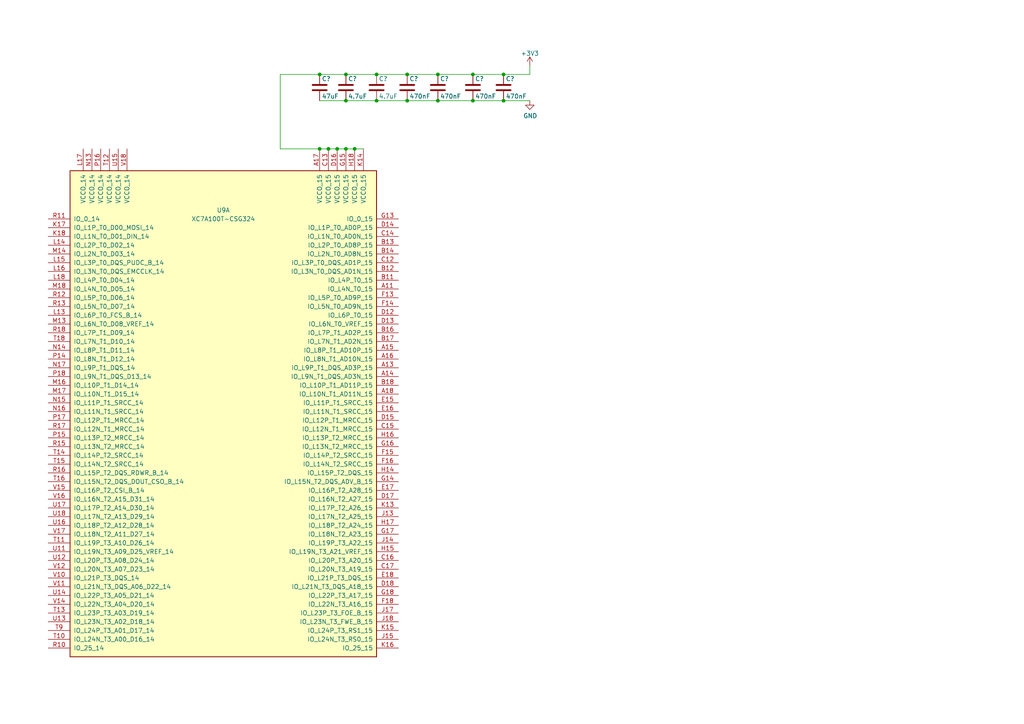
<source format=kicad_sch>
(kicad_sch (version 20230121) (generator eeschema)
  (paper "A4")
  (lib_symbols
    (symbol "Device:C" (pin_numbers hide) (pin_names (offset 0.254))
      (property "Reference" "C" (at 0.635 2.54 0))
      (property "Value" "C" (at 0.635 -2.54 0))
      (symbol "C_0_1"
        (polyline (pts (xy -2.032 -0.762) (xy 2.032 -0.762)) (stroke (width 0.508)))
        (polyline (pts (xy -2.032 0.762) (xy 2.032 0.762)) (stroke (width 0.508)))
      )
      (symbol "C_1_1"
        (pin passive line (at 0 3.81 270) (length 2.794) (name "~") (number "1"))
        (pin passive line (at 0 -3.81 90) (length 2.794) (name "~") (number "2"))
      )
    )
    (symbol "FPGA_Xilinx_Artix7:XC7A100T-CSG324" (pin_names (offset 1.016))
      (property "Reference" "U9" (at 0 55.88 0))
      (property "Value" "XC7A100T-CSG324" (at 0 53.34 0))
      (symbol "XC7A100T-CSG324_1_1"
        (rectangle (start -44.45 67.31) (end 44.45 -73.66) (stroke (width 0.254)) (fill (type background)))
        (pin bidirectional line (at 50.8 33.02 180) (length 6.35) (name "IO_L4N_T0_15") (number "A11"))
        (pin bidirectional line (at 50.8 10.16 180) (length 6.35) (name "IO_L9P_T1_DQS_AD3P_15") (number "A13"))
        (pin bidirectional line (at 50.8 7.62 180) (length 6.35) (name "IO_L9N_T1_DQS_AD3N_15") (number "A14"))
        (pin bidirectional line (at 50.8 15.24 180) (length 6.35) (name "IO_L8P_T1_AD10P_15") (number "A15"))
        (pin bidirectional line (at 50.8 12.7 180) (length 6.35) (name "IO_L8N_T1_AD10N_15") (number "A16"))
        (pin power_in line (at 27.94 73.66 270) (length 6.35) (name "VCCO_15") (number "A17"))
        (pin bidirectional line (at 50.8 2.54 180) (length 6.35) (name "IO_L10N_T1_AD11N_15") (number "A18"))
        (pin bidirectional line (at 50.8 35.56 180) (length 6.35) (name "IO_L4P_T0_15") (number "B11"))
        (pin bidirectional line (at 50.8 38.1 180) (length 6.35) (name "IO_L3N_T0_DQS_AD1N_15") (number "B12"))
        (pin bidirectional line (at 50.8 45.72 180) (length 6.35) (name "IO_L2P_T0_AD8P_15") (number "B13"))
        (pin bidirectional line (at 50.8 43.18 180) (length 6.35) (name "IO_L2N_T0_AD8N_15") (number "B14"))
        (pin bidirectional line (at 50.8 20.32 180) (length 6.35) (name "IO_L7P_T1_AD2P_15") (number "B16"))
        (pin bidirectional line (at 50.8 17.78 180) (length 6.35) (name "IO_L7N_T1_AD2N_15") (number "B17"))
        (pin bidirectional line (at 50.8 5.08 180) (length 6.35) (name "IO_L10P_T1_AD11P_15") (number "B18"))
        (pin bidirectional line (at 50.8 40.64 180) (length 6.35) (name "IO_L3P_T0_DQS_AD1P_15") (number "C12"))
        (pin power_in line (at 30.48 73.66 270) (length 6.35) (name "VCCO_15") (number "C13"))
        (pin bidirectional line (at 50.8 48.26 180) (length 6.35) (name "IO_L1N_T0_AD0N_15") (number "C14"))
        (pin bidirectional line (at 50.8 -7.62 180) (length 6.35) (name "IO_L12N_T1_MRCC_15") (number "C15"))
        (pin bidirectional line (at 50.8 -45.72 180) (length 6.35) (name "IO_L20P_T3_A20_15") (number "C16"))
        (pin bidirectional line (at 50.8 -48.26 180) (length 6.35) (name "IO_L20N_T3_A19_15") (number "C17"))
        (pin bidirectional line (at 50.8 25.4 180) (length 6.35) (name "IO_L6P_T0_15") (number "D12"))
        (pin bidirectional line (at 50.8 22.86 180) (length 6.35) (name "IO_L6N_T0_VREF_15") (number "D13"))
        (pin bidirectional line (at 50.8 50.8 180) (length 6.35) (name "IO_L1P_T0_AD0P_15") (number "D14"))
        (pin bidirectional line (at 50.8 -5.08 180) (length 6.35) (name "IO_L12P_T1_MRCC_15") (number "D15"))
        (pin power_in line (at 33.02 73.66 270) (length 6.35) (name "VCCO_15") (number "D16"))
        (pin bidirectional line (at 50.8 -27.94 180) (length 6.35) (name "IO_L16N_T2_A27_15") (number "D17"))
        (pin bidirectional line (at 50.8 -53.34 180) (length 6.35) (name "IO_L21N_T3_DQS_A18_15") (number "D18"))
        (pin bidirectional line (at 50.8 0 180) (length 6.35) (name "IO_L11P_T1_SRCC_15") (number "E15"))
        (pin bidirectional line (at 50.8 -2.54 180) (length 6.35) (name "IO_L11N_T1_SRCC_15") (number "E16"))
        (pin bidirectional line (at 50.8 -25.4 180) (length 6.35) (name "IO_L16P_T2_A28_15") (number "E17"))
        (pin bidirectional line (at 50.8 -50.8 180) (length 6.35) (name "IO_L21P_T3_DQS_15") (number "E18"))
        (pin bidirectional line (at 50.8 30.48 180) (length 6.35) (name "IO_L5P_T0_AD9P_15") (number "F13"))
        (pin bidirectional line (at 50.8 27.94 180) (length 6.35) (name "IO_L5N_T0_AD9N_15") (number "F14"))
        (pin bidirectional line (at 50.8 -15.24 180) (length 6.35) (name "IO_L14P_T2_SRCC_15") (number "F15"))
        (pin bidirectional line (at 50.8 -17.78 180) (length 6.35) (name "IO_L14N_T2_SRCC_15") (number "F16"))
        (pin bidirectional line (at 50.8 -58.42 180) (length 6.35) (name "IO_L22N_T3_A16_15") (number "F18"))
        (pin bidirectional line (at 50.8 53.34 180) (length 6.35) (name "IO_0_15") (number "G13"))
        (pin bidirectional line (at 50.8 -22.86 180) (length 6.35) (name "IO_L15N_T2_DQS_ADV_B_15") (number "G14"))
        (pin power_in line (at 35.56 73.66 270) (length 6.35) (name "VCCO_15") (number "G15"))
        (pin bidirectional line (at 50.8 -12.7 180) (length 6.35) (name "IO_L13N_T2_MRCC_15") (number "G16"))
        (pin bidirectional line (at 50.8 -38.1 180) (length 6.35) (name "IO_L18N_T2_A23_15") (number "G17"))
        (pin bidirectional line (at 50.8 -55.88 180) (length 6.35) (name "IO_L22P_T3_A17_15") (number "G18"))
        (pin bidirectional line (at 50.8 -20.32 180) (length 6.35) (name "IO_L15P_T2_DQS_15") (number "H14"))
        (pin bidirectional line (at 50.8 -43.18 180) (length 6.35) (name "IO_L19N_T3_A21_VREF_15") (number "H15"))
        (pin bidirectional line (at 50.8 -10.16 180) (length 6.35) (name "IO_L13P_T2_MRCC_15") (number "H16"))
        (pin bidirectional line (at 50.8 -35.56 180) (length 6.35) (name "IO_L18P_T2_A24_15") (number "H17"))
        (pin power_in line (at 38.1 73.66 270) (length 6.35) (name "VCCO_15") (number "H18"))
        (pin bidirectional line (at 50.8 -33.02 180) (length 6.35) (name "IO_L17N_T2_A25_15") (number "J13"))
        (pin bidirectional line (at 50.8 -40.64 180) (length 6.35) (name "IO_L19P_T3_A22_15") (number "J14"))
        (pin bidirectional line (at 50.8 -68.58 180) (length 6.35) (name "IO_L24N_T3_RS0_15") (number "J15"))
        (pin bidirectional line (at 50.8 -60.96 180) (length 6.35) (name "IO_L23P_T3_FOE_B_15") (number "J17"))
        (pin bidirectional line (at 50.8 -63.5 180) (length 6.35) (name "IO_L23N_T3_FWE_B_15") (number "J18"))
        (pin bidirectional line (at 50.8 -30.48 180) (length 6.35) (name "IO_L17P_T2_A26_15") (number "K13"))
        (pin power_in line (at 40.64 73.66 270) (length 6.35) (name "VCCO_15") (number "K14"))
        (pin bidirectional line (at 50.8 -66.04 180) (length 6.35) (name "IO_L24P_T3_RS1_15") (number "K15"))
        (pin bidirectional line (at 50.8 -71.12 180) (length 6.35) (name "IO_25_15") (number "K16"))
        (pin bidirectional line (at -50.8 50.8 0) (length 6.35) (name "IO_L1P_T0_D00_MOSI_14") (number "K17"))
        (pin bidirectional line (at -50.8 48.26 0) (length 6.35) (name "IO_L1N_T0_D01_DIN_14") (number "K18"))
        (pin bidirectional line (at -50.8 25.4 0) (length 6.35) (name "IO_L6P_T0_FCS_B_14") (number "L13"))
        (pin bidirectional line (at -50.8 45.72 0) (length 6.35) (name "IO_L2P_T0_D02_14") (number "L14"))
        (pin bidirectional line (at -50.8 40.64 0) (length 6.35) (name "IO_L3P_T0_DQS_PUDC_B_14") (number "L15"))
        (pin bidirectional line (at -50.8 38.1 0) (length 6.35) (name "IO_L3N_T0_DQS_EMCCLK_14") (number "L16"))
        (pin power_in line (at -40.64 73.66 270) (length 6.35) (name "VCCO_14") (number "L17"))
        (pin bidirectional line (at -50.8 35.56 0) (length 6.35) (name "IO_L4P_T0_D04_14") (number "L18"))
        (pin bidirectional line (at -50.8 22.86 0) (length 6.35) (name "IO_L6N_T0_D08_VREF_14") (number "M13"))
        (pin bidirectional line (at -50.8 43.18 0) (length 6.35) (name "IO_L2N_T0_D03_14") (number "M14"))
        (pin bidirectional line (at -50.8 5.08 0) (length 6.35) (name "IO_L10P_T1_D14_14") (number "M16"))
        (pin bidirectional line (at -50.8 2.54 0) (length 6.35) (name "IO_L10N_T1_D15_14") (number "M17"))
        (pin bidirectional line (at -50.8 33.02 0) (length 6.35) (name "IO_L4N_T0_D05_14") (number "M18"))
        (pin power_in line (at -38.1 73.66 270) (length 6.35) (name "VCCO_14") (number "N13"))
        (pin bidirectional line (at -50.8 15.24 0) (length 6.35) (name "IO_L8P_T1_D11_14") (number "N14"))
        (pin bidirectional line (at -50.8 0 0) (length 6.35) (name "IO_L11P_T1_SRCC_14") (number "N15"))
        (pin bidirectional line (at -50.8 -2.54 0) (length 6.35) (name "IO_L11N_T1_SRCC_14") (number "N16"))
        (pin bidirectional line (at -50.8 10.16 0) (length 6.35) (name "IO_L9P_T1_DQS_14") (number "N17"))
        (pin bidirectional line (at -50.8 12.7 0) (length 6.35) (name "IO_L8N_T1_D12_14") (number "P14"))
        (pin bidirectional line (at -50.8 -10.16 0) (length 6.35) (name "IO_L13P_T2_MRCC_14") (number "P15"))
        (pin power_in line (at -35.56 73.66 270) (length 6.35) (name "VCCO_14") (number "P16"))
        (pin bidirectional line (at -50.8 -5.08 0) (length 6.35) (name "IO_L12P_T1_MRCC_14") (number "P17"))
        (pin bidirectional line (at -50.8 7.62 0) (length 6.35) (name "IO_L9N_T1_DQS_D13_14") (number "P18"))
        (pin bidirectional line (at -50.8 -71.12 0) (length 6.35) (name "IO_25_14") (number "R10"))
        (pin bidirectional line (at -50.8 53.34 0) (length 6.35) (name "IO_0_14") (number "R11"))
        (pin bidirectional line (at -50.8 30.48 0) (length 6.35) (name "IO_L5P_T0_D06_14") (number "R12"))
        (pin bidirectional line (at -50.8 27.94 0) (length 6.35) (name "IO_L5N_T0_D07_14") (number "R13"))
        (pin bidirectional line (at -50.8 -12.7 0) (length 6.35) (name "IO_L13N_T2_MRCC_14") (number "R15"))
        (pin bidirectional line (at -50.8 -20.32 0) (length 6.35) (name "IO_L15P_T2_DQS_RDWR_B_14") (number "R16"))
        (pin bidirectional line (at -50.8 -7.62 0) (length 6.35) (name "IO_L12N_T1_MRCC_14") (number "R17"))
        (pin bidirectional line (at -50.8 20.32 0) (length 6.35) (name "IO_L7P_T1_D09_14") (number "R18"))
        (pin bidirectional line (at -50.8 -68.58 0) (length 6.35) (name "IO_L24N_T3_A00_D16_14") (number "T10"))
        (pin bidirectional line (at -50.8 -40.64 0) (length 6.35) (name "IO_L19P_T3_A10_D26_14") (number "T11"))
        (pin power_in line (at -33.02 73.66 270) (length 6.35) (name "VCCO_14") (number "T12"))
        (pin bidirectional line (at -50.8 -60.96 0) (length 6.35) (name "IO_L23P_T3_A03_D19_14") (number "T13"))
        (pin bidirectional line (at -50.8 -15.24 0) (length 6.35) (name "IO_L14P_T2_SRCC_14") (number "T14"))
        (pin bidirectional line (at -50.8 -17.78 0) (length 6.35) (name "IO_L14N_T2_SRCC_14") (number "T15"))
        (pin bidirectional line (at -50.8 -22.86 0) (length 6.35) (name "IO_L15N_T2_DQS_DOUT_CSO_B_14") (number "T16"))
        (pin bidirectional line (at -50.8 17.78 0) (length 6.35) (name "IO_L7N_T1_D10_14") (number "T18"))
        (pin bidirectional line (at -50.8 -66.04 0) (length 6.35) (name "IO_L24P_T3_A01_D17_14") (number "T9"))
        (pin bidirectional line (at -50.8 -43.18 0) (length 6.35) (name "IO_L19N_T3_A09_D25_VREF_14") (number "U11"))
        (pin bidirectional line (at -50.8 -45.72 0) (length 6.35) (name "IO_L20P_T3_A08_D24_14") (number "U12"))
        (pin bidirectional line (at -50.8 -63.5 0) (length 6.35) (name "IO_L23N_T3_A02_D18_14") (number "U13"))
        (pin bidirectional line (at -50.8 -55.88 0) (length 6.35) (name "IO_L22P_T3_A05_D21_14") (number "U14"))
        (pin power_in line (at -30.48 73.66 270) (length 6.35) (name "VCCO_14") (number "U15"))
        (pin bidirectional line (at -50.8 -35.56 0) (length 6.35) (name "IO_L18P_T2_A12_D28_14") (number "U16"))
        (pin bidirectional line (at -50.8 -30.48 0) (length 6.35) (name "IO_L17P_T2_A14_D30_14") (number "U17"))
        (pin bidirectional line (at -50.8 -33.02 0) (length 6.35) (name "IO_L17N_T2_A13_D29_14") (number "U18"))
        (pin bidirectional line (at -50.8 -50.8 0) (length 6.35) (name "IO_L21P_T3_DQS_14") (number "V10"))
        (pin bidirectional line (at -50.8 -53.34 0) (length 6.35) (name "IO_L21N_T3_DQS_A06_D22_14") (number "V11"))
        (pin bidirectional line (at -50.8 -48.26 0) (length 6.35) (name "IO_L20N_T3_A07_D23_14") (number "V12"))
        (pin bidirectional line (at -50.8 -58.42 0) (length 6.35) (name "IO_L22N_T3_A04_D20_14") (number "V14"))
        (pin bidirectional line (at -50.8 -25.4 0) (length 6.35) (name "IO_L16P_T2_CSI_B_14") (number "V15"))
        (pin bidirectional line (at -50.8 -27.94 0) (length 6.35) (name "IO_L16N_T2_A15_D31_14") (number "V16"))
        (pin bidirectional line (at -50.8 -38.1 0) (length 6.35) (name "IO_L18N_T2_A11_D27_14") (number "V17"))
        (pin power_in line (at -27.94 73.66 270) (length 6.35) (name "VCCO_14") (number "V18"))
      )
      (symbol "XC7A100T-CSG324_2_1"
        (rectangle (start -44.45 67.31) (end 44.45 -73.66) (stroke (width 0.254)) (fill (type background)))
        (pin bidirectional line (at -50.8 35.56 0) (length 6.35) (name "IO_L14P_T2_SRCC_16") (number "A10"))
        (pin bidirectional line (at -50.8 43.18 0) (length 6.35) (name "IO_L12N_T1_MRCC_16") (number "A8"))
        (pin bidirectional line (at -50.8 33.02 0) (length 6.35) (name "IO_L14N_T2_SRCC_16") (number "A9"))
        (pin power_in line (at -40.64 73.66 270) (length 6.35) (name "VCCO_16") (number "B10"))
        (pin bidirectional line (at -50.8 45.72 0) (length 6.35) (name "IO_L12P_T1_MRCC_16") (number "B8"))
        (pin bidirectional line (at -50.8 48.26 0) (length 6.35) (name "IO_L11N_T1_SRCC_16") (number "B9"))
        (pin bidirectional line (at -50.8 38.1 0) (length 6.35) (name "IO_L13N_T2_MRCC_16") (number "C10"))
        (pin bidirectional line (at -50.8 40.64 0) (length 6.35) (name "IO_L13P_T2_MRCC_16") (number "C11"))
        (pin bidirectional line (at -50.8 50.8 0) (length 6.35) (name "IO_L11P_T1_SRCC_16") (number "C9"))
        (pin bidirectional line (at -50.8 30.48 0) (length 6.35) (name "IO_L19N_T3_VREF_16") (number "D10"))
        (pin bidirectional line (at -50.8 53.34 0) (length 6.35) (name "IO_L6N_T0_VREF_16") (number "D9"))
        (pin bidirectional line (at 50.8 45.72 180) (length 6.35) (name "IO_L2P_T0_34") (number "K3"))
        (pin power_in line (at 27.94 73.66 270) (length 6.35) (name "VCCO_34") (number "K4"))
        (pin bidirectional line (at 50.8 30.48 180) (length 6.35) (name "IO_L5P_T0_34") (number "K5"))
        (pin bidirectional line (at 50.8 53.34 180) (length 6.35) (name "IO_0_34") (number "K6"))
        (pin bidirectional line (at 50.8 50.8 180) (length 6.35) (name "IO_L1P_T0_34") (number "L1"))
        (pin bidirectional line (at 50.8 43.18 180) (length 6.35) (name "IO_L2N_T0_34") (number "L3"))
        (pin bidirectional line (at 50.8 27.94 180) (length 6.35) (name "IO_L5N_T0_34") (number "L4"))
        (pin bidirectional line (at 50.8 22.86 180) (length 6.35) (name "IO_L6N_T0_VREF_34") (number "L5"))
        (pin bidirectional line (at 50.8 25.4 180) (length 6.35) (name "IO_L6P_T0_34") (number "L6"))
        (pin bidirectional line (at 50.8 48.26 180) (length 6.35) (name "IO_L1N_T0_34") (number "M1"))
        (pin bidirectional line (at 50.8 33.02 180) (length 6.35) (name "IO_L4N_T0_34") (number "M2"))
        (pin bidirectional line (at 50.8 35.56 180) (length 6.35) (name "IO_L4P_T0_34") (number "M3"))
        (pin bidirectional line (at 50.8 -25.4 180) (length 6.35) (name "IO_L16P_T2_34") (number "M4"))
        (pin bidirectional line (at 50.8 -35.56 180) (length 6.35) (name "IO_L18P_T2_34") (number "M6"))
        (pin bidirectional line (at 50.8 38.1 180) (length 6.35) (name "IO_L3N_T0_DQS_34") (number "N1"))
        (pin bidirectional line (at 50.8 40.64 180) (length 6.35) (name "IO_L3P_T0_DQS_34") (number "N2"))
        (pin power_in line (at 30.48 73.66 270) (length 6.35) (name "VCCO_34") (number "N3"))
        (pin bidirectional line (at 50.8 -27.94 180) (length 6.35) (name "IO_L16N_T2_34") (number "N4"))
        (pin bidirectional line (at 50.8 -10.16 180) (length 6.35) (name "IO_L13P_T2_MRCC_34") (number "N5"))
        (pin bidirectional line (at 50.8 -38.1 180) (length 6.35) (name "IO_L18N_T2_34") (number "N6"))
        (pin bidirectional line (at 50.8 -20.32 180) (length 6.35) (name "IO_L15P_T2_DQS_34") (number "P2"))
        (pin bidirectional line (at 50.8 -17.78 180) (length 6.35) (name "IO_L14N_T2_SRCC_34") (number "P3"))
        (pin bidirectional line (at 50.8 -15.24 180) (length 6.35) (name "IO_L14P_T2_SRCC_34") (number "P4"))
        (pin bidirectional line (at 50.8 -12.7 180) (length 6.35) (name "IO_L13N_T2_MRCC_34") (number "P5"))
        (pin power_in line (at 33.02 73.66 270) (length 6.35) (name "VCCO_34") (number "P6"))
        (pin bidirectional line (at 50.8 -30.48 180) (length 6.35) (name "IO_L17P_T2_34") (number "R1"))
        (pin bidirectional line (at 50.8 -22.86 180) (length 6.35) (name "IO_L15N_T2_DQS_34") (number "R2"))
        (pin bidirectional line (at 50.8 0 180) (length 6.35) (name "IO_L11P_T1_SRCC_34") (number "R3"))
        (pin bidirectional line (at 50.8 -43.18 180) (length 6.35) (name "IO_L19N_T3_VREF_34") (number "R5"))
        (pin bidirectional line (at 50.8 -40.64 180) (length 6.35) (name "IO_L19P_T3_34") (number "R6"))
        (pin bidirectional line (at 50.8 -60.96 180) (length 6.35) (name "IO_L23P_T3_34") (number "R7"))
        (pin bidirectional line (at 50.8 -66.04 180) (length 6.35) (name "IO_L24P_T3_34") (number "R8"))
        (pin bidirectional line (at 50.8 -33.02 180) (length 6.35) (name "IO_L17N_T2_34") (number "T1"))
        (pin power_in line (at 35.56 73.66 270) (length 6.35) (name "VCCO_34") (number "T2"))
        (pin bidirectional line (at 50.8 -2.54 180) (length 6.35) (name "IO_L11N_T1_SRCC_34") (number "T3"))
        (pin bidirectional line (at 50.8 -7.62 180) (length 6.35) (name "IO_L12N_T1_MRCC_34") (number "T4"))
        (pin bidirectional line (at 50.8 -5.08 180) (length 6.35) (name "IO_L12P_T1_MRCC_34") (number "T5"))
        (pin bidirectional line (at 50.8 -63.5 180) (length 6.35) (name "IO_L23N_T3_34") (number "T6"))
        (pin bidirectional line (at 50.8 -68.58 180) (length 6.35) (name "IO_L24N_T3_34") (number "T8"))
        (pin bidirectional line (at 50.8 20.32 180) (length 6.35) (name "IO_L7P_T1_34") (number "U1"))
        (pin bidirectional line (at 50.8 10.16 180) (length 6.35) (name "IO_L9P_T1_DQS_34") (number "U2"))
        (pin bidirectional line (at 50.8 12.7 180) (length 6.35) (name "IO_L8N_T1_34") (number "U3"))
        (pin bidirectional line (at 50.8 15.24 180) (length 6.35) (name "IO_L8P_T1_34") (number "U4"))
        (pin power_in line (at 38.1 73.66 270) (length 6.35) (name "VCCO_34") (number "U5"))
        (pin bidirectional line (at 50.8 -58.42 180) (length 6.35) (name "IO_L22N_T3_34") (number "U6"))
        (pin bidirectional line (at 50.8 -55.88 180) (length 6.35) (name "IO_L22P_T3_34") (number "U7"))
        (pin bidirectional line (at 50.8 -71.12 180) (length 6.35) (name "IO_25_34") (number "U8"))
        (pin bidirectional line (at 50.8 -50.8 180) (length 6.35) (name "IO_L21P_T3_DQS_34") (number "U9"))
        (pin bidirectional line (at 50.8 17.78 180) (length 6.35) (name "IO_L7N_T1_34") (number "V1"))
        (pin bidirectional line (at 50.8 7.62 180) (length 6.35) (name "IO_L9N_T1_DQS_34") (number "V2"))
        (pin bidirectional line (at 50.8 2.54 180) (length 6.35) (name "IO_L10N_T1_34") (number "V4"))
        (pin bidirectional line (at 50.8 5.08 180) (length 6.35) (name "IO_L10P_T1_34") (number "V5"))
        (pin bidirectional line (at 50.8 -48.26 180) (length 6.35) (name "IO_L20N_T3_34") (number "V6"))
        (pin bidirectional line (at 50.8 -45.72 180) (length 6.35) (name "IO_L20P_T3_34") (number "V7"))
        (pin power_in line (at 40.64 73.66 270) (length 6.35) (name "VCCO_34") (number "V8"))
        (pin bidirectional line (at 50.8 -53.34 180) (length 6.35) (name "IO_L21N_T3_DQS_34") (number "V9"))
      )
      (symbol "XC7A100T-CSG324_3_1"
        (rectangle (start -44.45 67.31) (end 44.45 -73.66) (stroke (width 0.254)) (fill (type background)))
        (pin bidirectional line (at -50.8 7.62 0) (length 6.35) (name "IO_L9N_T1_DQS_AD7N_35") (number "A1"))
        (pin bidirectional line (at -50.8 12.7 0) (length 6.35) (name "IO_L8N_T1_AD14N_35") (number "A3"))
        (pin bidirectional line (at -50.8 15.24 0) (length 6.35) (name "IO_L8P_T1_AD14P_35") (number "A4"))
        (pin bidirectional line (at -50.8 38.1 0) (length 6.35) (name "IO_L3N_T0_DQS_AD5N_35") (number "A5"))
        (pin bidirectional line (at -50.8 40.64 0) (length 6.35) (name "IO_L3P_T0_DQS_AD5P_35") (number "A6"))
        (pin power_in line (at -40.64 73.66 270) (length 6.35) (name "VCCO_35") (number "A7"))
        (pin bidirectional line (at -50.8 10.16 0) (length 6.35) (name "IO_L9P_T1_DQS_AD7P_35") (number "B1"))
        (pin bidirectional line (at -50.8 2.54 0) (length 6.35) (name "IO_L10N_T1_AD15N_35") (number "B2"))
        (pin bidirectional line (at -50.8 5.08 0) (length 6.35) (name "IO_L10P_T1_AD15P_35") (number "B3"))
        (pin bidirectional line (at -50.8 17.78 0) (length 6.35) (name "IO_L7N_T1_AD6N_35") (number "B4"))
        (pin bidirectional line (at -50.8 43.18 0) (length 6.35) (name "IO_L2N_T0_AD12N_35") (number "B6"))
        (pin bidirectional line (at -50.8 45.72 0) (length 6.35) (name "IO_L2P_T0_AD12P_35") (number "B7"))
        (pin bidirectional line (at -50.8 -27.94 0) (length 6.35) (name "IO_L16N_T2_35") (number "C1"))
        (pin bidirectional line (at -50.8 -25.4 0) (length 6.35) (name "IO_L16P_T2_35") (number "C2"))
        (pin power_in line (at -38.1 73.66 270) (length 6.35) (name "VCCO_35") (number "C3"))
        (pin bidirectional line (at -50.8 20.32 0) (length 6.35) (name "IO_L7P_T1_AD6P_35") (number "C4"))
        (pin bidirectional line (at -50.8 48.26 0) (length 6.35) (name "IO_L1N_T0_AD4N_35") (number "C5"))
        (pin bidirectional line (at -50.8 50.8 0) (length 6.35) (name "IO_L1P_T0_AD4P_35") (number "C6"))
        (pin bidirectional line (at -50.8 33.02 0) (length 6.35) (name "IO_L4N_T0_35") (number "C7"))
        (pin bidirectional line (at -50.8 -17.78 0) (length 6.35) (name "IO_L14N_T2_SRCC_35") (number "D2"))
        (pin bidirectional line (at -50.8 -7.62 0) (length 6.35) (name "IO_L12N_T1_MRCC_35") (number "D3"))
        (pin bidirectional line (at -50.8 -2.54 0) (length 6.35) (name "IO_L11N_T1_SRCC_35") (number "D4"))
        (pin bidirectional line (at -50.8 0 0) (length 6.35) (name "IO_L11P_T1_SRCC_35") (number "D5"))
        (pin power_in line (at -35.56 73.66 270) (length 6.35) (name "VCCO_35") (number "D6"))
        (pin bidirectional line (at -50.8 22.86 0) (length 6.35) (name "IO_L6N_T0_VREF_35") (number "D7"))
        (pin bidirectional line (at -50.8 35.56 0) (length 6.35) (name "IO_L4P_T0_35") (number "D8"))
        (pin bidirectional line (at -50.8 -38.1 0) (length 6.35) (name "IO_L18N_T2_35") (number "E1"))
        (pin bidirectional line (at -50.8 -15.24 0) (length 6.35) (name "IO_L14P_T2_SRCC_35") (number "E2"))
        (pin bidirectional line (at -50.8 -5.08 0) (length 6.35) (name "IO_L12P_T1_MRCC_35") (number "E3"))
        (pin bidirectional line (at -50.8 27.94 0) (length 6.35) (name "IO_L5N_T0_AD13N_35") (number "E5"))
        (pin bidirectional line (at -50.8 30.48 0) (length 6.35) (name "IO_L5P_T0_AD13P_35") (number "E6"))
        (pin bidirectional line (at -50.8 25.4 0) (length 6.35) (name "IO_L6P_T0_35") (number "E7"))
        (pin bidirectional line (at -50.8 -35.56 0) (length 6.35) (name "IO_L18P_T2_35") (number "F1"))
        (pin power_in line (at -33.02 73.66 270) (length 6.35) (name "VCCO_35") (number "F2"))
        (pin bidirectional line (at -50.8 -12.7 0) (length 6.35) (name "IO_L13N_T2_MRCC_35") (number "F3"))
        (pin bidirectional line (at -50.8 -10.16 0) (length 6.35) (name "IO_L13P_T2_MRCC_35") (number "F4"))
        (pin bidirectional line (at -50.8 53.34 0) (length 6.35) (name "IO_0_35") (number "F5"))
        (pin bidirectional line (at -50.8 -43.18 0) (length 6.35) (name "IO_L19N_T3_VREF_35") (number "F6"))
        (pin bidirectional line (at -50.8 -33.02 0) (length 6.35) (name "IO_L17N_T2_35") (number "G1"))
        (pin bidirectional line (at -50.8 -22.86 0) (length 6.35) (name "IO_L15N_T2_DQS_35") (number "G2"))
        (pin bidirectional line (at -50.8 -48.26 0) (length 6.35) (name "IO_L20N_T3_35") (number "G3"))
        (pin bidirectional line (at -50.8 -45.72 0) (length 6.35) (name "IO_L20P_T3_35") (number "G4"))
        (pin power_in line (at -30.48 73.66 270) (length 6.35) (name "VCCO_35") (number "G5"))
        (pin bidirectional line (at -50.8 -40.64 0) (length 6.35) (name "IO_L19P_T3_35") (number "G6"))
        (pin bidirectional line (at -50.8 -30.48 0) (length 6.35) (name "IO_L17P_T2_35") (number "H1"))
        (pin bidirectional line (at -50.8 -20.32 0) (length 6.35) (name "IO_L15P_T2_DQS_35") (number "H2"))
        (pin bidirectional line (at -50.8 -53.34 0) (length 6.35) (name "IO_L21N_T3_DQS_35") (number "H4"))
        (pin bidirectional line (at -50.8 -68.58 0) (length 6.35) (name "IO_L24N_T3_35") (number "H5"))
        (pin bidirectional line (at -50.8 -66.04 0) (length 6.35) (name "IO_L24P_T3_35") (number "H6"))
        (pin power_in line (at -27.94 73.66 270) (length 6.35) (name "VCCO_35") (number "J1"))
        (pin bidirectional line (at -50.8 -58.42 0) (length 6.35) (name "IO_L22N_T3_35") (number "J2"))
        (pin bidirectional line (at -50.8 -55.88 0) (length 6.35) (name "IO_L22P_T3_35") (number "J3"))
        (pin bidirectional line (at -50.8 -50.8 0) (length 6.35) (name "IO_L21P_T3_DQS_35") (number "J4"))
        (pin bidirectional line (at -50.8 -71.12 0) (length 6.35) (name "IO_25_35") (number "J5"))
        (pin bidirectional line (at -50.8 -63.5 0) (length 6.35) (name "IO_L23N_T3_35") (number "K1"))
        (pin bidirectional line (at -50.8 -60.96 0) (length 6.35) (name "IO_L23P_T3_35") (number "K2"))
      )
      (symbol "XC7A100T-CSG324_4_1"
        (rectangle (start -31.75 34.29) (end 31.75 -40.64) (stroke (width 0.254)) (fill (type background)))
        (pin bidirectional line (at 38.1 12.7 180) (length 6.35) (name "TCK_0") (number "E10"))
        (pin bidirectional line (at 38.1 20.32 180) (length 6.35) (name "TDI_0") (number "E11"))
        (pin bidirectional line (at 38.1 15.24 180) (length 6.35) (name "TMS_0") (number "E12"))
        (pin bidirectional line (at 38.1 17.78 180) (length 6.35) (name "TDO_0") (number "E13"))
        (pin bidirectional line (at 38.1 7.62 180) (length 6.35) (name "CCLK_0") (number "E9"))
        (pin bidirectional line (at 38.1 -20.32 180) (length 6.35) (name "VP_0") (number "J10"))
        (pin bidirectional line (at 38.1 -30.48 180) (length 6.35) (name "VREFN_0") (number "J9"))
        (pin bidirectional line (at 38.1 -27.94 180) (length 6.35) (name "VREFP_0") (number "K10"))
        (pin bidirectional line (at 38.1 -22.86 180) (length 6.35) (name "VN_0") (number "K9"))
        (pin bidirectional line (at 38.1 -35.56 180) (length 6.35) (name "DXP_0") (number "L10"))
        (pin bidirectional line (at 38.1 -38.1 180) (length 6.35) (name "DXN_0") (number "L9"))
        (pin bidirectional line (at 38.1 -5.08 180) (length 6.35) (name "DONE_0") (number "P10"))
        (pin bidirectional line (at 38.1 0 180) (length 6.35) (name "M2_0") (number "P11"))
        (pin bidirectional line (at 38.1 5.08 180) (length 6.35) (name "M0_0") (number "P12"))
        (pin bidirectional line (at 38.1 2.54 180) (length 6.35) (name "M1_0") (number "P13"))
        (pin bidirectional line (at 38.1 -7.62 180) (length 6.35) (name "INIT_B_0") (number "P7"))
        (pin bidirectional line (at 38.1 -15.24 180) (length 6.35) (name "CFGBVS_0") (number "P8"))
        (pin bidirectional line (at 38.1 -10.16 180) (length 6.35) (name "PROGRAM_B_0") (number "P9"))
        (pin power_in line (at 27.94 40.64 270) (length 6.35) (name "VCCO_0") (number "R9"))
      )
      (symbol "XC7A100T-CSG324_5_1"
        (rectangle (start -19.05 50.8) (end 19.05 -50.8) (stroke (width 0.254)) (fill (type background)))
        (pin power_in line (at -25.4 7.62 0) (length 6.35) (name "GND") (number "A12"))
        (pin power_in line (at -25.4 10.16 0) (length 6.35) (name "GND") (number "A2"))
        (pin power_in line (at -25.4 2.54 0) (length 6.35) (name "GND") (number "B15"))
        (pin power_in line (at -25.4 5.08 0) (length 6.35) (name "GND") (number "B5"))
        (pin power_in line (at -25.4 -2.54 0) (length 6.35) (name "GND") (number "C18"))
        (pin power_in line (at -25.4 0 0) (length 6.35) (name "GND") (number "C8"))
        (pin power_in line (at -25.4 -5.08 0) (length 6.35) (name "GND") (number "D1"))
        (pin power_in line (at -25.4 -7.62 0) (length 6.35) (name "GND") (number "D11"))
        (pin power_in line (at -25.4 -12.7 0) (length 6.35) (name "GND") (number "E14"))
        (pin power_in line (at -25.4 -10.16 0) (length 6.35) (name "GND") (number "E4"))
        (pin power_in line (at -25.4 16.51 0) (length 6.35) (name "VCCBATT_0") (number "E8"))
        (pin power_in line (at -25.4 27.94 0) (length 6.35) (name "VCCBRAM") (number "F10"))
        (pin power_in line (at -25.4 -20.32 0) (length 6.35) (name "GND") (number "F11"))
        (pin power_in line (at -25.4 48.26 0) (length 6.35) (name "VCCAUX") (number "F12"))
        (pin power_in line (at -25.4 -22.86 0) (length 6.35) (name "GND") (number "F17"))
        (pin power_in line (at -25.4 -15.24 0) (length 6.35) (name "GND") (number "F7"))
        (pin power_in line (at 25.4 48.26 180) (length 6.35) (name "VCCINT") (number "F8"))
        (pin power_in line (at -25.4 -17.78 0) (length 6.35) (name "GND") (number "F9"))
        (pin power_in line (at -25.4 -27.94 0) (length 6.35) (name "GND") (number "G10"))
        (pin power_in line (at -25.4 25.4 0) (length 6.35) (name "VCCBRAM") (number "G11"))
        (pin power_in line (at -25.4 -30.48 0) (length 6.35) (name "GND") (number "G12"))
        (pin power_in line (at 25.4 45.72 180) (length 6.35) (name "VCCINT") (number "G7"))
        (pin power_in line (at -25.4 -25.4 0) (length 6.35) (name "GND") (number "G8"))
        (pin power_in line (at 25.4 43.18 180) (length 6.35) (name "VCCINT") (number "G9"))
        (pin power_in line (at -25.4 19.05 0) (length 6.35) (name "VCCADC_0") (number "H10"))
        (pin power_in line (at -25.4 -38.1 0) (length 6.35) (name "GND") (number "H11"))
        (pin power_in line (at -25.4 45.72 0) (length 6.35) (name "VCCAUX") (number "H12"))
        (pin power_in line (at -25.4 -40.64 0) (length 6.35) (name "GND") (number "H13"))
        (pin power_in line (at -25.4 -33.02 0) (length 6.35) (name "GND") (number "H3"))
        (pin power_in line (at -25.4 -35.56 0) (length 6.35) (name "GND") (number "H7"))
        (pin power_in line (at 25.4 40.64 180) (length 6.35) (name "VCCINT") (number "H8"))
        (pin power_in line (at -25.4 21.59 0) (length 6.35) (name "GNDADC_0") (number "H9"))
        (pin power_in line (at 25.4 35.56 180) (length 6.35) (name "VCCINT") (number "J11"))
        (pin power_in line (at -25.4 -48.26 0) (length 6.35) (name "GND") (number "J12"))
        (pin power_in line (at 25.4 7.62 180) (length 6.35) (name "GND") (number "J16"))
        (pin power_in line (at -25.4 -43.18 0) (length 6.35) (name "GND") (number "J6"))
        (pin power_in line (at 25.4 38.1 180) (length 6.35) (name "VCCINT") (number "J7"))
        (pin power_in line (at -25.4 -45.72 0) (length 6.35) (name "GND") (number "J8"))
        (pin power_in line (at 25.4 2.54 180) (length 6.35) (name "GND") (number "K11"))
        (pin power_in line (at -25.4 43.18 0) (length 6.35) (name "VCCAUX") (number "K12"))
        (pin power_in line (at 25.4 5.08 180) (length 6.35) (name "GND") (number "K7"))
        (pin power_in line (at 25.4 33.02 180) (length 6.35) (name "VCCINT") (number "K8"))
        (pin power_in line (at 25.4 27.94 180) (length 6.35) (name "VCCINT") (number "L11"))
        (pin power_in line (at 25.4 -5.08 180) (length 6.35) (name "GND") (number "L12"))
        (pin power_in line (at 25.4 0 180) (length 6.35) (name "GND") (number "L2"))
        (pin power_in line (at 25.4 30.48 180) (length 6.35) (name "VCCINT") (number "L7"))
        (pin power_in line (at 25.4 -2.54 180) (length 6.35) (name "GND") (number "L8"))
        (pin power_in line (at 25.4 22.86 180) (length 6.35) (name "VCCINT") (number "M10"))
        (pin power_in line (at 25.4 -15.24 180) (length 6.35) (name "GND") (number "M11"))
        (pin power_in line (at -25.4 40.64 0) (length 6.35) (name "VCCAUX") (number "M12"))
        (pin power_in line (at 25.4 -17.78 180) (length 6.35) (name "GND") (number "M15"))
        (pin power_in line (at 25.4 -7.62 180) (length 6.35) (name "GND") (number "M5"))
        (pin power_in line (at 25.4 -10.16 180) (length 6.35) (name "GND") (number "M7"))
        (pin power_in line (at 25.4 25.4 180) (length 6.35) (name "VCCINT") (number "M8"))
        (pin power_in line (at 25.4 -12.7 180) (length 6.35) (name "GND") (number "M9"))
        (pin power_in line (at 25.4 -22.86 180) (length 6.35) (name "GND") (number "N10"))
        (pin power_in line (at 25.4 15.24 180) (length 6.35) (name "VCCINT") (number "N11"))
        (pin power_in line (at 25.4 -25.4 180) (length 6.35) (name "GND") (number "N12"))
        (pin power_in line (at 25.4 -27.94 180) (length 6.35) (name "GND") (number "N18"))
        (pin power_in line (at 25.4 20.32 180) (length 6.35) (name "VCCINT") (number "N7"))
        (pin power_in line (at 25.4 -20.32 180) (length 6.35) (name "GND") (number "N8"))
        (pin power_in line (at 25.4 17.78 180) (length 6.35) (name "VCCINT") (number "N9"))
        (pin power_in line (at 25.4 -30.48 180) (length 6.35) (name "GND") (number "P1"))
        (pin power_in line (at 25.4 -35.56 180) (length 6.35) (name "GND") (number "R14"))
        (pin power_in line (at 25.4 -33.02 180) (length 6.35) (name "GND") (number "R4"))
        (pin power_in line (at 25.4 -40.64 180) (length 6.35) (name "GND") (number "T17"))
        (pin power_in line (at 25.4 -38.1 180) (length 6.35) (name "GND") (number "T7"))
        (pin power_in line (at 25.4 -43.18 180) (length 6.35) (name "GND") (number "U10"))
        (pin power_in line (at 25.4 -48.26 180) (length 6.35) (name "GND") (number "V13"))
        (pin power_in line (at 25.4 -45.72 180) (length 6.35) (name "GND") (number "V3"))
      )
    )
    (symbol "power:+3V3" (power) (pin_names (offset 0))
      (property "Value" "+3V3" (at 0 3.556 0))
      (symbol "+3V3_0_1"
        (polyline (pts (xy -0.762 1.27) (xy 0 2.54)))
        (polyline (pts (xy 0 0) (xy 0 2.54)))
        (polyline (pts (xy 0 2.54) (xy 0.762 1.27)))
      )
      (symbol "+3V3_1_1"
        (pin power_in line (at 0 0 90) (length 0) hide (name "+3V3") (number "1"))
      )
    )
    (symbol "power:GND" (power) (pin_names (offset 0))
      (property "Value" "GND" (at 0 -3.81 0))
      (symbol "GND_0_1"
        (polyline (pts (xy 0 0) (xy 0 -1.27) (xy 1.27 -1.27) (xy 0 -2.54) (xy -1.27 -1.27) (xy 0 -1.27)))
      )
      (symbol "GND_1_1"
        (pin power_in line (at 0 0 270) (length 0) hide (name "GND") (number "1"))
      )
    )
  )
  (junction (at 146.05 29.21))
  (junction (at 92.71 21.59))
  (junction (at 102.87 43.18))
  (junction (at 127 21.59))
  (junction (at 137.16 21.59))
  (junction (at 97.79 43.18))
  (junction (at 146.05 21.59))
  (junction (at 100.33 43.18))
  (junction (at 137.16 29.21))
  (junction (at 92.71 43.18))
  (junction (at 109.22 21.59))
  (junction (at 118.11 29.21))
  (junction (at 109.22 29.21))
  (junction (at 100.33 21.59))
  (junction (at 100.33 29.21))
  (junction (at 127 29.21))
  (junction (at 118.11 21.59))
  (junction (at 95.25 43.18))
  (wire (pts (xy 146.05 29.21) (xy 153.67 29.21)))
  (wire (pts (xy 127 21.59) (xy 137.16 21.59)))
  (wire (pts (xy 118.11 21.59) (xy 127 21.59)))
  (wire (pts (xy 92.71 21.59) (xy 100.33 21.59)))
  (wire (pts (xy 109.22 29.21) (xy 118.11 29.21)))
  (wire (pts (xy 100.33 21.59) (xy 109.22 21.59)))
  (wire (pts (xy 137.16 29.21) (xy 146.05 29.21)))
  (wire (pts (xy 118.11 29.21) (xy 127 29.21)))
  (wire (pts (xy 92.71 43.18) (xy 95.25 43.18)))
  (wire (pts (xy 100.33 29.21) (xy 109.22 29.21)))
  (wire (pts (xy 109.22 21.59) (xy 118.11 21.59)))
  (wire (pts (xy 102.87 43.18) (xy 105.41 43.18)))
  (wire (pts (xy 81.28 21.59) (xy 92.71 21.59)))
  (wire (pts (xy 92.71 29.21) (xy 100.33 29.21)))
  (wire (pts (xy 100.33 43.18) (xy 102.87 43.18)))
  (wire (pts (xy 127 29.21) (xy 137.16 29.21)))
  (wire (pts (xy 153.67 21.59) (xy 153.67 19.05)))
  (wire (pts (xy 137.16 21.59) (xy 146.05 21.59)))
  (wire (pts (xy 81.28 21.59) (xy 81.28 43.18)))
  (wire (pts (xy 146.05 21.59) (xy 153.67 21.59)))
  (wire (pts (xy 81.28 43.18) (xy 92.71 43.18)))
  (wire (pts (xy 97.79 43.18) (xy 100.33 43.18)))
  (wire (pts (xy 95.25 43.18) (xy 97.79 43.18)))
  (symbol (lib_id "power:+3V3") (at 153.67 19.05 0) (unit 1)
    (property "Reference" "#PWR0401" (effects hide))
    (property "Value" "+3V3" (at 153.67 15.494 0))
    (instances (project "tdt4295" (path "" (reference "#PWR0401") (unit 1))) (project "RayTracingPCB" (path "" (reference "#PWR057") (unit 1))))
  )
  (symbol (lib_id "Device:C") (at 109.22 25.4 0) (unit 1)
    (property "Reference" "C?" (at 109.855 22.86 0) (effects (justify left)))
    (property "Value" "4.7uF" (at 109.855 27.94 0) (effects (justify left)))
    (property "Footprint" "Capacitor_SMD:C_0805_2012Metric_Pad1.18x1.45mm_HandSolder" (effects hide))
    (property "Component name" "C2012X7R1A475K125AC" (effects hide))
    (property "DK_Detail_Page" "https://www.digikey.no/product-detail/no/tdk-corporation/C2012X7R1A475K125AC/445-7591-1-ND/2733663" (effects hide))
    (instances (project "tdt4295" (path "" (reference "C?") (unit 1)) (path "" (reference "C?") (unit 1)) (path "" (reference "C403") (unit 1))) (project "RayTracingPCB" (path "" (reference "C60") (unit 1))))
  )
  (symbol (lib_id "Device:C") (at 127 25.4 0) (unit 1)
    (property "Reference" "C?" (at 127.635 22.86 0) (effects (justify left)))
    (property "Value" "470nF" (at 127.635 27.94 0) (effects (justify left)))
    (property "Footprint" "Capacitor_SMD:C_0603_1608Metric_Pad1.08x0.95mm_HandSolder" (effects hide))
    (property "Datasheet" "https://www.farnell.com/datasheets/2048812.pdf" (effects hide))
    (property "Component name" "GRM188R71C474KA88D" (effects hide))
    (property "DK_Detail_Page" "https://www.digikey.no/product-detail/en/murata-electronics/GRM188R71C474KA88D/490-3295-1-ND/702836" (effects hide))
    (instances (project "tdt4295" (path "" (reference "C?") (unit 1)) (path "" (reference "C?") (unit 1)) (path "" (reference "C405") (unit 1))) (project "RayTracingPCB" (path "" (reference "C62") (unit 1))))
  )
  (symbol (lib_id "power:GND") (at 153.67 29.21 0) (unit 1)
    (property "Reference" "#PWR0402" (effects hide))
    (property "Value" "GND" (at 153.797 33.6042 0))
    (instances (project "tdt4295" (path "" (reference "#PWR0402") (unit 1))) (project "RayTracingPCB" (path "" (reference "#PWR058") (unit 1))))
  )
  (symbol (lib_id "Device:C") (at 92.71 25.4 0) (unit 1)
    (property "Reference" "C?" (at 93.345 22.86 0) (effects (justify left)))
    (property "Value" "47uF" (at 93.345 27.94 0) (effects (justify left)))
    (property "Footprint" "Capacitor_SMD:C_1210_3225Metric_Pad1.33x2.70mm_HandSolder" (effects hide))
    (property "Datasheet" "https://www.farnell.com/datasheets/2047839.pdf" (effects hide))
    (property "Component name" "GRM32ER71A476ME15L" (effects hide))
    (property "DK_Detail_Page" "https://www.digikey.no/product-detail/no/murata-electronics/GRM32ER71A476ME15L/490-6543-1-ND/3845740" (effects hide))
    (instances (project "tdt4295" (path "" (reference "C?") (unit 1)) (path "" (reference "C?") (unit 1)) (path "" (reference "C401") (unit 1))) (project "RayTracingPCB" (path "" (reference "C58") (unit 1))))
  )
  (symbol (lib_id "Device:C") (at 146.05 25.4 0) (unit 1)
    (property "Reference" "C?" (at 146.685 22.86 0) (effects (justify left)))
    (property "Value" "470nF" (at 146.685 27.94 0) (effects (justify left)))
    (property "Footprint" "Capacitor_SMD:C_0603_1608Metric_Pad1.08x0.95mm_HandSolder" (effects hide))
    (property "Datasheet" "https://www.farnell.com/datasheets/2048812.pdf" (effects hide))
    (property "Component name" "GRM188R71C474KA88D" (effects hide))
    (property "DK_Detail_Page" "https://www.digikey.no/product-detail/en/murata-electronics/GRM188R71C474KA88D/490-3295-1-ND/702836" (effects hide))
    (instances (project "tdt4295" (path "" (reference "C?") (unit 1)) (path "" (reference "C?") (unit 1)) (path "" (reference "C407") (unit 1))) (project "RayTracingPCB" (path "" (reference "C64") (unit 1))))
  )
  (symbol (lib_id "FPGA_Xilinx_Artix7:XC7A100T-CSG324") (at 64.77 116.84 0) (unit 1)
    (property "Reference" "U9" (at 64.77 60.96 0))
    (property "Value" "XC7A100T-CSG324" (at 64.77 63.5 0))
  )
  (symbol (lib_id "Device:C") (at 100.33 25.4 0) (unit 1)
    (property "Reference" "C?" (at 100.965 22.86 0) (effects (justify left)))
    (property "Value" "4.7uF" (at 100.965 27.94 0) (effects (justify left)))
    (property "Footprint" "Capacitor_SMD:C_0805_2012Metric_Pad1.18x1.45mm_HandSolder" (effects hide))
    (property "Component name" "C2012X7R1A475K125AC" (effects hide))
    (property "DK_Detail_Page" "https://www.digikey.no/product-detail/no/tdk-corporation/C2012X7R1A475K125AC/445-7591-1-ND/2733663" (effects hide))
    (instances (project "tdt4295" (path "" (reference "C?") (unit 1)) (path "" (reference "C?") (unit 1)) (path "" (reference "C402") (unit 1))) (project "RayTracingPCB" (path "" (reference "C59") (unit 1))))
  )
  (symbol (lib_id "Device:C") (at 137.16 25.4 0) (unit 1)
    (property "Reference" "C?" (at 137.795 22.86 0) (effects (justify left)))
    (property "Value" "470nF" (at 137.795 27.94 0) (effects (justify left)))
    (property "Footprint" "Capacitor_SMD:C_0603_1608Metric_Pad1.08x0.95mm_HandSolder" (effects hide))
    (property "Datasheet" "https://www.farnell.com/datasheets/2048812.pdf" (effects hide))
    (property "Component name" "GRM188R71C474KA88D" (effects hide))
    (property "DK_Detail_Page" "https://www.digikey.no/product-detail/en/murata-electronics/GRM188R71C474KA88D/490-3295-1-ND/702836" (effects hide))
    (instances (project "tdt4295" (path "" (reference "C?") (unit 1)) (path "" (reference "C?") (unit 1)) (path "" (reference "C406") (unit 1))) (project "RayTracingPCB" (path "" (reference "C63") (unit 1))))
  )
  (symbol (lib_id "Device:C") (at 118.11 25.4 0) (unit 1)
    (property "Reference" "C?" (at 118.745 22.86 0) (effects (justify left)))
    (property "Value" "470nF" (at 118.745 27.94 0) (effects (justify left)))
    (property "Footprint" "Capacitor_SMD:C_0603_1608Metric_Pad1.08x0.95mm_HandSolder" (effects hide))
    (property "Datasheet" "https://www.farnell.com/datasheets/2048812.pdf" (effects hide))
    (property "Component name" "GRM188R71C474KA88D" (effects hide))
    (property "DK_Detail_Page" "https://www.digikey.no/product-detail/en/murata-electronics/GRM188R71C474KA88D/490-3295-1-ND/702836" (effects hide))
    (instances (project "tdt4295" (path "" (reference "C?") (unit 1)) (path "" (reference "C?") (unit 1)) (path "" (reference "C404") (unit 1))) (project "RayTracingPCB" (path "" (reference "C61") (unit 1))))
  )
)
</source>
